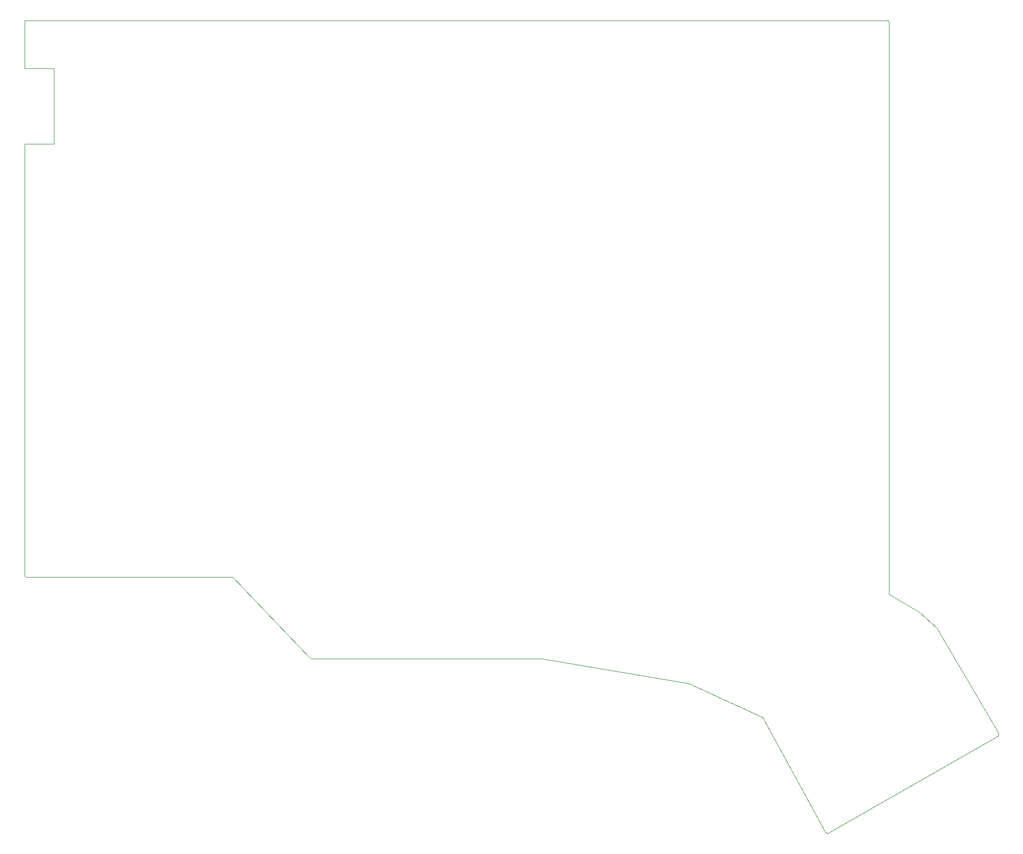
<source format=gbr>
G04 #@! TF.GenerationSoftware,KiCad,Pcbnew,(5.1.2)-1*
G04 #@! TF.CreationDate,2019-11-10T23:35:37+09:00*
G04 #@! TF.ProjectId,pcb2,70636232-2e6b-4696-9361-645f70636258,rev?*
G04 #@! TF.SameCoordinates,Original*
G04 #@! TF.FileFunction,Profile,NP*
%FSLAX46Y46*%
G04 Gerber Fmt 4.6, Leading zero omitted, Abs format (unit mm)*
G04 Created by KiCad (PCBNEW (5.1.2)-1) date 2019-11-10 23:35:37*
%MOMM*%
%LPD*%
G04 APERTURE LIST*
%ADD10C,0.100000*%
G04 APERTURE END LIST*
D10*
X237236000Y-16510000D02*
G75*
G02X236982002Y-16404790I1J359209D01*
G01*
X236982002Y-16404790D02*
X224282000Y-3048000D01*
X275336000Y-16510000D02*
X237236000Y-16510000D01*
X189992000Y-2794000D02*
X189992000Y67310000D01*
X224282000Y-3048000D02*
X190246000Y-3048000D01*
X332486000Y88392000D02*
X332486000Y88138000D01*
X332232000Y88646000D02*
G75*
G02X332486000Y88392000I0J-254000D01*
G01*
X190246000Y88646000D02*
X332232000Y88646000D01*
X189992000Y88392000D02*
G75*
G02X190246000Y88646000I254000J0D01*
G01*
X189992000Y85090000D02*
X189992000Y88392000D01*
X189992000Y80772000D02*
X189992000Y85090000D01*
X194818000Y80772000D02*
X189992000Y80772000D01*
X194818000Y68326000D02*
X194818000Y80772000D01*
X189992000Y68326000D02*
X194818000Y68326000D01*
X189992000Y67310000D02*
X189992000Y68326000D01*
X190246000Y-3048000D02*
G75*
G02X189992000Y-2794000I0J254000D01*
G01*
X299466000Y-20574000D02*
X275336000Y-16510000D01*
X311658000Y-26162000D02*
X299466000Y-20574000D01*
X322072000Y-45212000D02*
X311658000Y-26162000D01*
X322326000Y-45317209D02*
G75*
G02X322072001Y-45211999I0J359209D01*
G01*
X350520000Y-29210000D02*
X322326000Y-45317209D01*
X350519999Y-28702001D02*
G75*
G02X350519999Y-29209999I-253999J-253999D01*
G01*
X340360000Y-11430000D02*
X350520000Y-28702000D01*
X337566000Y-8890000D02*
X340360000Y-11430000D01*
X332486000Y-5842000D02*
X337566000Y-8890000D01*
X332486000Y88138000D02*
X332486000Y-5842000D01*
M02*

</source>
